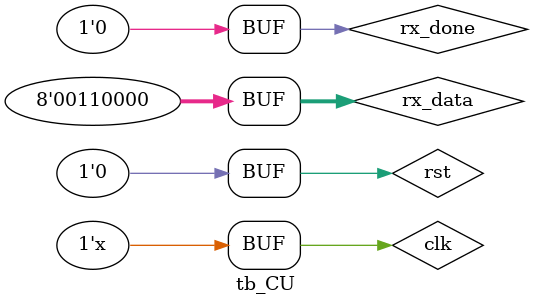
<source format=v>
`timescale 1ns / 1ps

module tb_CU();
    reg        clk;
    reg        rst;
    reg  [7:0] rx_data;
    reg        rx_done;
    // 틱으로 발생하는 output
    wire       go_stop;
    wire       clear;
    wire       up;
    wire       down;
    // 긴 신호로 발생하는 output
    wire       hour_ctrl;
    wire       min_ctrl;
    wire       sec_ctrl;
    wire       mode;
    wire       hs_mode;

    CU U_cu(
        .clk(clk),
        .rst(rst),
        .rx_data(rx_data),
        .rx_done(rx_done),
        // 틱으로 발생하는 output
        .go_stop(go_stop),
        .clear(clear),
        .up(up),
        .down(down),
        // 긴 신호로 발생하는 output
        .hour_ctrl(hour_ctrl),
        .min_ctrl(min_ctrl),
        .sec_ctrl(sec_ctrl),
        .mode(mode),
        .hs_mode(hs_mode)
    );
    always #5 clk = ~clk;

    initial begin
        #0; clk = 0; rst = 1; rx_data = "M"; rx_done = 0;
        #20; rst = 0; 
        #10; rx_done = 1;
        #10; rx_done = 0;
        #100; rx_data = "0";
        #1000000000;
    end
endmodule

</source>
